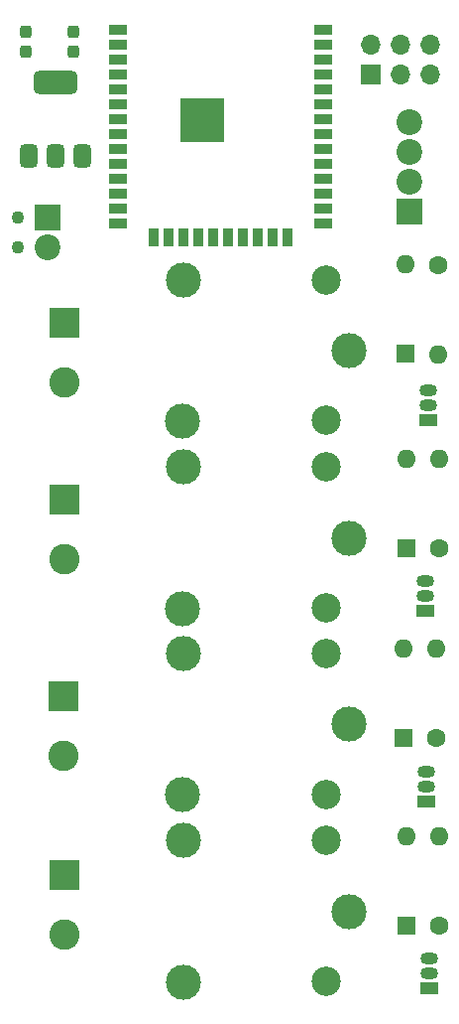
<source format=gbr>
%TF.GenerationSoftware,KiCad,Pcbnew,8.0.7*%
%TF.CreationDate,2025-05-26T13:39:26+05:30*%
%TF.ProjectId,smart_board,736d6172-745f-4626-9f61-72642e6b6963,rev?*%
%TF.SameCoordinates,Original*%
%TF.FileFunction,Soldermask,Top*%
%TF.FilePolarity,Negative*%
%FSLAX46Y46*%
G04 Gerber Fmt 4.6, Leading zero omitted, Abs format (unit mm)*
G04 Created by KiCad (PCBNEW 8.0.7) date 2025-05-26 13:39:26*
%MOMM*%
%LPD*%
G01*
G04 APERTURE LIST*
G04 Aperture macros list*
%AMRoundRect*
0 Rectangle with rounded corners*
0 $1 Rounding radius*
0 $2 $3 $4 $5 $6 $7 $8 $9 X,Y pos of 4 corners*
0 Add a 4 corners polygon primitive as box body*
4,1,4,$2,$3,$4,$5,$6,$7,$8,$9,$2,$3,0*
0 Add four circle primitives for the rounded corners*
1,1,$1+$1,$2,$3*
1,1,$1+$1,$4,$5*
1,1,$1+$1,$6,$7*
1,1,$1+$1,$8,$9*
0 Add four rect primitives between the rounded corners*
20,1,$1+$1,$2,$3,$4,$5,0*
20,1,$1+$1,$4,$5,$6,$7,0*
20,1,$1+$1,$6,$7,$8,$9,0*
20,1,$1+$1,$8,$9,$2,$3,0*%
G04 Aperture macros list end*
%ADD10R,1.500000X1.050000*%
%ADD11O,1.500000X1.050000*%
%ADD12C,1.600000*%
%ADD13O,1.600000X1.600000*%
%ADD14C,2.500000*%
%ADD15C,3.000000*%
%ADD16R,2.600000X2.600000*%
%ADD17C,2.600000*%
%ADD18R,1.600000X1.600000*%
%ADD19R,1.500000X0.900000*%
%ADD20R,0.900000X1.500000*%
%ADD21C,0.600000*%
%ADD22R,3.800000X3.800000*%
%ADD23RoundRect,0.237500X0.237500X-0.300000X0.237500X0.300000X-0.237500X0.300000X-0.237500X-0.300000X0*%
%ADD24RoundRect,0.375000X0.375000X-0.625000X0.375000X0.625000X-0.375000X0.625000X-0.375000X-0.625000X0*%
%ADD25RoundRect,0.500000X1.400000X-0.500000X1.400000X0.500000X-1.400000X0.500000X-1.400000X-0.500000X0*%
%ADD26R,2.200000X2.200000*%
%ADD27C,2.200000*%
%ADD28R,1.700000X1.700000*%
%ADD29O,1.700000X1.700000*%
%ADD30C,1.100000*%
G04 APERTURE END LIST*
D10*
%TO.C,T4*%
X100600000Y-139400000D03*
D11*
X100600000Y-138130000D03*
X100600000Y-136860000D03*
%TD*%
D10*
%TO.C,T3*%
X100360000Y-123470000D03*
D11*
X100360000Y-122200000D03*
X100360000Y-120930000D03*
%TD*%
D10*
%TO.C,T2*%
X100200000Y-107240000D03*
D11*
X100200000Y-105970000D03*
X100200000Y-104700000D03*
%TD*%
D12*
%TO.C,R4*%
X101400000Y-134010000D03*
D13*
X101400000Y-126390000D03*
%TD*%
D12*
%TO.C,R3*%
X101200000Y-118020000D03*
D13*
X101200000Y-110400000D03*
%TD*%
D12*
%TO.C,R2*%
X101400000Y-101900000D03*
D13*
X101400000Y-94280000D03*
%TD*%
D14*
%TO.C,K4*%
X91800000Y-138800000D03*
D15*
X79550000Y-138850000D03*
X79600000Y-126800000D03*
D14*
X91800000Y-126800000D03*
D15*
X93750000Y-132850000D03*
%TD*%
%TO.C,K3*%
X93700000Y-116900000D03*
D14*
X91750000Y-110850000D03*
D15*
X79550000Y-110850000D03*
X79500000Y-122900000D03*
D14*
X91750000Y-122850000D03*
%TD*%
D15*
%TO.C,K2*%
X93700000Y-101000000D03*
D14*
X91750000Y-94950000D03*
D15*
X79550000Y-94950000D03*
X79500000Y-107000000D03*
D14*
X91750000Y-106950000D03*
%TD*%
D16*
%TO.C,J7*%
X69400000Y-129700000D03*
D17*
X69400000Y-134780000D03*
%TD*%
D16*
%TO.C,J6*%
X69295000Y-114455000D03*
D17*
X69295000Y-119535000D03*
%TD*%
D16*
%TO.C,J5*%
X69400000Y-97720000D03*
D17*
X69400000Y-102800000D03*
%TD*%
D18*
%TO.C,D4*%
X98600000Y-134020000D03*
D13*
X98600000Y-126400000D03*
%TD*%
D18*
%TO.C,D3*%
X98400000Y-118020000D03*
D13*
X98400000Y-110400000D03*
%TD*%
D18*
%TO.C,D1*%
X98600000Y-101900000D03*
D13*
X98600000Y-94280000D03*
%TD*%
D19*
%TO.C,U1*%
X73975000Y-57655000D03*
X73975000Y-58925000D03*
X73975000Y-60195000D03*
X73975000Y-61465000D03*
X73975000Y-62735000D03*
X73975000Y-64005000D03*
X73975000Y-65275000D03*
X73975000Y-66545000D03*
X73975000Y-67815000D03*
X73975000Y-69085000D03*
X73975000Y-70355000D03*
X73975000Y-71625000D03*
X73975000Y-72895000D03*
X73975000Y-74165000D03*
D20*
X77015000Y-75415000D03*
X78285000Y-75415000D03*
X79555000Y-75415000D03*
X80825000Y-75415000D03*
X82095000Y-75415000D03*
X83365000Y-75415000D03*
X84635000Y-75415000D03*
X85905000Y-75415000D03*
X87175000Y-75415000D03*
X88445000Y-75415000D03*
D19*
X91475000Y-74165000D03*
X91475000Y-72895000D03*
X91475000Y-71625000D03*
X91475000Y-70355000D03*
X91475000Y-69085000D03*
X91475000Y-67815000D03*
X91475000Y-66545000D03*
X91475000Y-65275000D03*
X91475000Y-64005000D03*
X91475000Y-62735000D03*
X91475000Y-61465000D03*
X91475000Y-60195000D03*
X91475000Y-58925000D03*
X91475000Y-57655000D03*
D21*
X79825000Y-64675000D03*
X79825000Y-66075000D03*
X80525000Y-63975000D03*
X80525000Y-65375000D03*
X80525000Y-66775000D03*
X81200000Y-64675000D03*
X81200000Y-66075000D03*
D22*
X81225000Y-65375000D03*
D21*
X81925000Y-63975000D03*
X81925000Y-65375000D03*
X81925000Y-66775000D03*
X82625000Y-64675000D03*
X82625000Y-66075000D03*
%TD*%
D23*
%TO.C,C1*%
X66125000Y-59562500D03*
X66125000Y-57837500D03*
%TD*%
D24*
%TO.C,U2*%
X66350000Y-68450000D03*
X68650000Y-68450000D03*
D25*
X68650000Y-62150000D03*
D24*
X70950000Y-68450000D03*
%TD*%
D26*
%TO.C,J2*%
X98850000Y-73150000D03*
D27*
X98850000Y-70610000D03*
X98850000Y-68070000D03*
X98850000Y-65530000D03*
%TD*%
D15*
%TO.C,K1*%
X93700000Y-85025000D03*
D14*
X91750000Y-78975000D03*
D15*
X79550000Y-78975000D03*
X79500000Y-91025000D03*
D14*
X91750000Y-90975000D03*
%TD*%
D12*
%TO.C,R1*%
X101360000Y-77720000D03*
D13*
X101360000Y-85340000D03*
%TD*%
D18*
%TO.C,D2*%
X98560000Y-85315000D03*
D13*
X98560000Y-77695000D03*
%TD*%
D10*
%TO.C,T1*%
X100475000Y-90925000D03*
D11*
X100475000Y-89655000D03*
X100475000Y-88385000D03*
%TD*%
D16*
%TO.C,J3*%
X69395000Y-82630000D03*
D17*
X69395000Y-87710000D03*
%TD*%
D28*
%TO.C,J4*%
X95545000Y-61515000D03*
D29*
X95545000Y-58975000D03*
X98085000Y-61515000D03*
X98085000Y-58975000D03*
X100625000Y-61515000D03*
X100625000Y-58975000D03*
%TD*%
D23*
%TO.C,C2*%
X70205000Y-59565000D03*
X70205000Y-57840000D03*
%TD*%
D30*
%TO.C,J1*%
X65400000Y-73660000D03*
X65400000Y-76200000D03*
D26*
X67940000Y-73660000D03*
D27*
X67940000Y-76200000D03*
%TD*%
M02*

</source>
